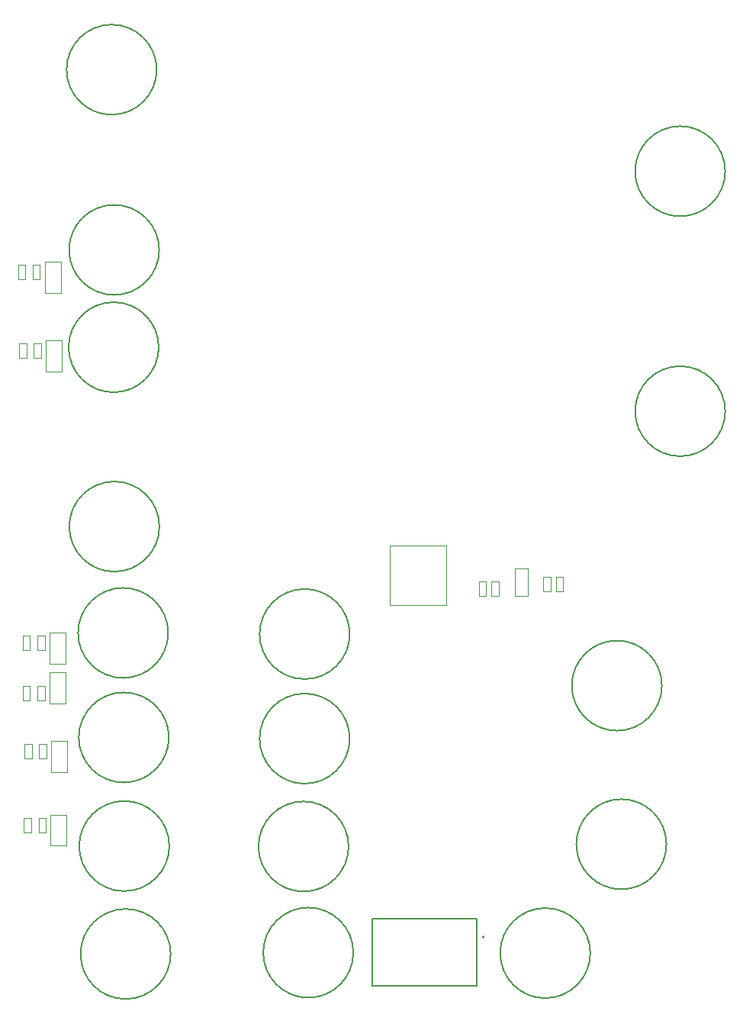
<source format=gbr>
G04 Layer_Color=16711935*
%FSLAX45Y45*%
%MOMM*%
%TF.FileFunction,Other,Top_Assembly*%
%TF.Part,Single*%
G01*
G75*
%TA.AperFunction,NonConductor*%
%ADD48C,0.20000*%
%ADD49C,0.12700*%
%ADD53C,0.10000*%
D48*
X6208500Y765000D02*
G03*
X6208500Y765000I-10000J0D01*
G01*
D49*
X4755000Y592500D02*
G03*
X4755000Y592500I-500000J0D01*
G01*
X2712500Y1775000D02*
G03*
X2712500Y1775000I-500000J0D01*
G01*
X2707501Y2979999D02*
G03*
X2707501Y2979999I-500000J0D01*
G01*
X8882500Y6600000D02*
G03*
X8882500Y6600000I-500000J0D01*
G01*
Y9262500D02*
G03*
X8882500Y9262500I-500000J0D01*
G01*
X2727500Y577500D02*
G03*
X2727500Y577500I-500000J0D01*
G01*
X7385000Y587500D02*
G03*
X7385000Y587500I-500000J0D01*
G01*
X4702500Y1770000D02*
G03*
X4702500Y1770000I-500000J0D01*
G01*
X8230000Y1795000D02*
G03*
X8230000Y1795000I-500000J0D01*
G01*
X2700000Y4140000D02*
G03*
X2700000Y4140000I-500000J0D01*
G01*
X4715000Y2967500D02*
G03*
X4715000Y2967500I-500000J0D01*
G01*
Y4127500D02*
G03*
X4715000Y4127500I-500000J0D01*
G01*
X8180000Y3555000D02*
G03*
X8180000Y3555000I-500000J0D01*
G01*
X2602500Y5320000D02*
G03*
X2602500Y5320000I-500000J0D01*
G01*
X2595000Y7310000D02*
G03*
X2595000Y7310000I-500000J0D01*
G01*
X2600000Y8390000D02*
G03*
X2600000Y8390000I-500000J0D01*
G01*
X2572501Y10390000D02*
G03*
X2572501Y10390000I-500000J0D01*
G01*
X4968500Y220000D02*
X6128500D01*
X4968500Y970000D02*
X4968500Y220000D01*
X4968500Y970000D02*
X6128500Y970000D01*
Y220000D02*
Y970000D01*
D53*
X7005000Y4602500D02*
X7005000Y4762501D01*
X7084999Y4762500D02*
X7085000Y4602500D01*
X7005000D02*
X7085000D01*
X7005000Y4762501D02*
X7084999Y4762500D01*
X6862500Y4602500D02*
X6862500Y4762501D01*
X6942499Y4762501D02*
X6942500Y4602500D01*
X6862500D02*
X6942500D01*
X6862500Y4762501D02*
X6942499Y4762501D01*
X6690000Y4552500D02*
Y4852501D01*
X6549999Y4552500D02*
Y4852501D01*
Y4552500D02*
X6690000Y4552500D01*
X6549999Y4852501D02*
X6690000D01*
X6287499Y4547500D02*
X6287500Y4707501D01*
X6367499Y4707500D02*
X6367500Y4547500D01*
X6287499D02*
X6367500D01*
X6287500Y4707501D02*
X6367499Y4707500D01*
X6227499Y4547500D02*
X6227499Y4707501D01*
X6147499Y4707500D02*
X6147500Y4547500D01*
X6147499Y4707500D02*
X6227499Y4707501D01*
X6147500Y4547500D02*
X6227499Y4547500D01*
X5162499Y5112500D02*
X5782500Y5112500D01*
X5162499Y4452500D02*
X5782500Y4452500D01*
X5162499Y4452500D02*
Y5112500D01*
X5782500Y4452500D02*
Y5112500D01*
X1097500Y1927500D02*
X1177500Y1927500D01*
X1097500Y2087500D02*
X1177500Y2087500D01*
X1097500Y1927500D02*
Y2087500D01*
X1177500Y1927500D02*
Y2087500D01*
X1261057Y1927018D02*
X1341057D01*
X1261057Y2087019D02*
X1341057Y2087019D01*
X1261057Y1927018D02*
Y2087019D01*
X1341057Y1927018D02*
Y2087019D01*
X1572500Y1777500D02*
Y2117500D01*
X1392500Y1777500D02*
Y2117500D01*
X1572500D01*
X1392500Y1777500D02*
X1572500D01*
X1104999Y2745000D02*
X1184999Y2745000D01*
X1104999Y2905001D02*
X1184999Y2905000D01*
X1104999Y2745000D02*
Y2905001D01*
X1184999Y2745000D02*
Y2905000D01*
X1267500Y2745000D02*
X1347499Y2745000D01*
X1267500Y2905001D02*
X1347499Y2905000D01*
X1267500Y2745000D02*
Y2905001D01*
X1347499Y2745000D02*
Y2905000D01*
X1577500Y2597500D02*
Y2937500D01*
X1397499Y2597500D02*
Y2937500D01*
X1577500D01*
X1397499Y2597500D02*
X1577500Y2597500D01*
X1087499Y3947500D02*
X1167499D01*
X1087499Y4107501D02*
X1167499Y4107500D01*
X1087499Y4107501D02*
X1087499Y3947500D01*
X1167499D02*
Y4107500D01*
X1249999Y3947500D02*
X1329999D01*
X1249999Y4107501D02*
X1329999D01*
X1249999Y3947500D02*
Y4107501D01*
X1329999Y3947500D02*
X1329999Y4107501D01*
X1087499Y3387500D02*
X1167499Y3387500D01*
X1087499Y3547501D02*
X1167499D01*
X1087499Y3387500D02*
Y3547501D01*
X1167499Y3387500D02*
Y3547501D01*
X1250000Y3387500D02*
X1330000Y3387500D01*
X1250000Y3547500D02*
X1330000D01*
X1250000Y3387500D02*
Y3547500D01*
X1330000Y3387500D02*
Y3547500D01*
X1564999Y3360000D02*
Y3700000D01*
X1384999Y3360000D02*
Y3700000D01*
X1564999D01*
X1384999Y3360000D02*
X1564999D01*
X1562499Y4140000D02*
X1562500Y3800000D01*
X1382499D02*
Y4140000D01*
X1562499D01*
X1382499Y3800000D02*
X1562500D01*
X1047501Y7192500D02*
X1127500Y7192500D01*
X1047501Y7352500D02*
X1127500D01*
X1047501D02*
X1047501Y7192500D01*
X1127500Y7192500D02*
Y7352500D01*
X1210001Y7192500D02*
X1290000D01*
X1210001Y7352500D02*
X1290000D01*
X1210001Y7192500D02*
Y7352500D01*
X1290000Y7192500D02*
X1290000Y7352500D01*
X1522501Y7042500D02*
X1522501Y7382500D01*
X1342501Y7042500D02*
Y7382500D01*
X1522501D01*
X1342501Y7042500D02*
X1522501D01*
X1034999Y8065000D02*
X1114999Y8065000D01*
X1034999Y8225000D02*
X1114999Y8225001D01*
X1034999Y8065000D02*
Y8225000D01*
X1114999Y8065000D02*
Y8225001D01*
X1197499Y8065000D02*
X1277499Y8065000D01*
X1197499Y8225000D02*
X1277499D01*
X1197499Y8065000D02*
Y8225000D01*
X1277499Y8065000D02*
Y8225000D01*
X1509999Y7915000D02*
Y8255000D01*
X1329999Y7915000D02*
Y8255000D01*
X1509999D01*
X1329999Y7915000D02*
X1509999D01*
%TF.MD5,84aaa0e47398b09bf0d1e5e2012e1989*%
M02*

</source>
